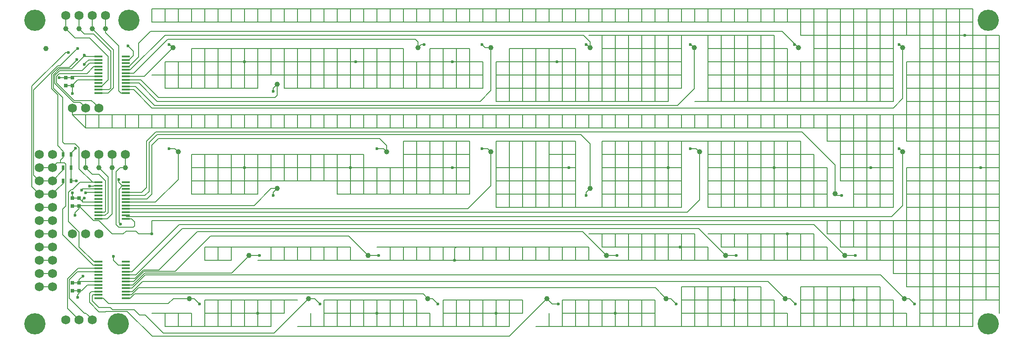
<source format=gbr>
G04 #@! TF.FileFunction,Copper,L2,Bot,Signal*
%FSLAX46Y46*%
G04 Gerber Fmt 4.6, Leading zero omitted, Abs format (unit mm)*
G04 Created by KiCad (PCBNEW 4.0.4-stable) date 03/02/17 16:11:59*
%MOMM*%
%LPD*%
G01*
G04 APERTURE LIST*
%ADD10C,0.100000*%
%ADD11R,1.500000X0.300000*%
%ADD12C,4.064000*%
%ADD13C,1.000000*%
%ADD14C,1.727200*%
%ADD15R,0.750000X0.800000*%
%ADD16R,0.500000X0.900000*%
%ADD17C,0.600000*%
%ADD18C,0.152400*%
G04 APERTURE END LIST*
D10*
D11*
X22920000Y7937500D03*
X17720000Y7937500D03*
X22920000Y8572500D03*
X17720000Y8572500D03*
X22920000Y9207500D03*
X17720000Y9207500D03*
X22920000Y9842500D03*
X17720000Y9842500D03*
X22920000Y10477500D03*
X17720000Y10477500D03*
X22920000Y11112500D03*
X17720000Y11112500D03*
X22920000Y11747500D03*
X17720000Y11747500D03*
X22920000Y12382500D03*
X17720000Y12382500D03*
X22920000Y13017500D03*
X17720000Y13017500D03*
X22920000Y13652500D03*
X17720000Y13652500D03*
X22920000Y14287500D03*
X17720000Y14287500D03*
X22920000Y14922500D03*
X17720000Y14922500D03*
D12*
X21540000Y3000000D03*
X23540000Y61250000D03*
X188420000Y3000000D03*
X188420000Y61250000D03*
X5540000Y61250000D03*
X5540000Y3000000D03*
D13*
X7620000Y55880000D03*
D14*
X6350000Y35560000D03*
X8890000Y35560000D03*
X6350000Y25400000D03*
X8890000Y25400000D03*
X6350000Y33020000D03*
X8890000Y33020000D03*
D13*
X32000000Y56000000D03*
X52000000Y49000000D03*
X79000000Y56000000D03*
X93000000Y56000000D03*
X112000000Y56000000D03*
X132000000Y56000000D03*
X152000000Y56000000D03*
X172000000Y56000000D03*
X11430000Y59690000D03*
X13970000Y59690000D03*
X16510000Y59690000D03*
X19050000Y59690000D03*
X33000000Y36000000D03*
X52000000Y29000000D03*
X73000000Y36000000D03*
X93000000Y36000000D03*
X112000000Y29000000D03*
X133000000Y36000000D03*
X159000000Y28000000D03*
X172000000Y36000000D03*
X15240000Y33020000D03*
X17780000Y33020000D03*
X20320000Y33020000D03*
X22860000Y33020000D03*
X35188600Y7875000D03*
X46617100Y16125000D03*
X58045800Y7875000D03*
X69474400Y16125000D03*
X80903000Y7875000D03*
X103760200Y7875000D03*
X115188800Y16125000D03*
X126617400Y7875000D03*
X138046000Y16125000D03*
X149474600Y7875000D03*
X160903200Y16125000D03*
X172331800Y7875000D03*
D14*
X6350000Y27940000D03*
X8890000Y27940000D03*
X6350000Y30480000D03*
X8890000Y30480000D03*
X6350000Y22860000D03*
X8890000Y22860000D03*
X6350000Y20320000D03*
X8890000Y20320000D03*
X6350000Y17780000D03*
X8890000Y17780000D03*
X6350000Y15240000D03*
X8890000Y15240000D03*
X6350000Y12700000D03*
X8890000Y12700000D03*
X6350000Y10160000D03*
X8890000Y10160000D03*
X11430000Y62230000D03*
X13970000Y62230000D03*
X16510000Y62230000D03*
X19050000Y62230000D03*
X15240000Y35560000D03*
X17780000Y35560000D03*
X20320000Y35560000D03*
X22860000Y35560000D03*
D15*
X12700000Y50280000D03*
X12700000Y48780000D03*
X11430000Y50280000D03*
X11430000Y48780000D03*
X13970000Y27166000D03*
X13970000Y25666000D03*
X12700000Y27166000D03*
X12700000Y25666000D03*
X13970000Y10910000D03*
X13970000Y9410000D03*
X12700000Y10910000D03*
X12700000Y9410000D03*
D14*
X17780000Y44450000D03*
X17780000Y20320000D03*
X16510000Y3810000D03*
X15240000Y44450000D03*
X15240000Y20320000D03*
X13970000Y3810000D03*
X12700000Y44450000D03*
X12700000Y20320000D03*
X11430000Y3810000D03*
D16*
X12446000Y33020000D03*
X10946000Y33020000D03*
X12434000Y30480000D03*
X10934000Y30480000D03*
X12434000Y35560000D03*
X10934000Y35560000D03*
D11*
X22920000Y47307500D03*
X17720000Y47307500D03*
X22920000Y47942500D03*
X17720000Y47942500D03*
X22920000Y48577500D03*
X17720000Y48577500D03*
X22920000Y49212500D03*
X17720000Y49212500D03*
X22920000Y49847500D03*
X17720000Y49847500D03*
X22920000Y50482500D03*
X17720000Y50482500D03*
X22920000Y51117500D03*
X17720000Y51117500D03*
X22920000Y51752500D03*
X17720000Y51752500D03*
X22920000Y52387500D03*
X17720000Y52387500D03*
X22920000Y53022500D03*
X17720000Y53022500D03*
X22920000Y53657500D03*
X17720000Y53657500D03*
X22920000Y54292500D03*
X17720000Y54292500D03*
X22920000Y23177500D03*
X17720000Y23177500D03*
X22920000Y23812500D03*
X17720000Y23812500D03*
X22920000Y24447500D03*
X17720000Y24447500D03*
X22920000Y25082500D03*
X17720000Y25082500D03*
X22920000Y25717500D03*
X17720000Y25717500D03*
X22920000Y26352500D03*
X17720000Y26352500D03*
X22920000Y26987500D03*
X17720000Y26987500D03*
X22920000Y27622500D03*
X17720000Y27622500D03*
X22920000Y28257500D03*
X17720000Y28257500D03*
X22920000Y28892500D03*
X17720000Y28892500D03*
X22920000Y29527500D03*
X17720000Y29527500D03*
X22920000Y30162500D03*
X17720000Y30162500D03*
D17*
X85598000Y33020000D03*
X165862000Y33020000D03*
X147320000Y33020000D03*
X186944000Y33020000D03*
X67056000Y53340000D03*
X85598000Y53340000D03*
X105664000Y53340000D03*
X183896000Y58420000D03*
X107950000Y33020000D03*
X149860000Y20320000D03*
X129286000Y17780000D03*
X86072185Y15209131D03*
X48260000Y5080000D03*
X71120000Y5080000D03*
X93980000Y5080000D03*
X116840000Y5080000D03*
X162560000Y7620000D03*
X139700000Y7620000D03*
X127000000Y33020000D03*
X66040000Y33020000D03*
X45720000Y33020000D03*
X45720000Y53340000D03*
X27940000Y20320000D03*
X12700000Y47244000D03*
X13208000Y23876000D03*
X13716000Y8128000D03*
X14986000Y27178000D03*
X14732000Y12192000D03*
X13461998Y30480000D03*
X12700000Y28194000D03*
X13325813Y36726618D03*
X10172000Y50280000D03*
X14986000Y52832000D03*
X13577217Y53715117D03*
X16002000Y29464000D03*
X14986000Y54610000D03*
X11938000Y55118000D03*
X23368000Y56387990D03*
X21974089Y22118610D03*
X21610610Y30734000D03*
X20574000Y16002000D03*
X13716000Y55880000D03*
X15240000Y28194000D03*
X14478000Y28702000D03*
X31260000Y56625000D03*
X51260000Y47625000D03*
X80171390Y56625000D03*
X91260000Y56625000D03*
X111260000Y56625000D03*
X131260000Y56625000D03*
X151260000Y56625000D03*
X171260000Y56625000D03*
X31260000Y36625000D03*
X51260000Y27625000D03*
X71171390Y36625000D03*
X91260000Y36625000D03*
X111260000Y27625000D03*
X131260000Y36625000D03*
X160260000Y27625000D03*
X171260000Y36625000D03*
X105918000Y6858008D03*
X60198000Y6858000D03*
X37084000Y6858000D03*
X82804000Y6858000D03*
X128524000Y6857996D03*
X151384000Y6858002D03*
X174244000Y6858000D03*
X48617100Y16125000D03*
X71474400Y16125000D03*
X117188800Y16125000D03*
X140046000Y16125000D03*
X162903200Y16125000D03*
D18*
X129540000Y63500000D02*
X129540000Y60960000D01*
X127000000Y63500000D02*
X127000000Y60960000D01*
X124460000Y63500000D02*
X124460000Y60960000D01*
X121920000Y63500000D02*
X121920000Y60960000D01*
X116840000Y63500000D02*
X116840000Y60960000D01*
X106680000Y63500000D02*
X106680000Y60960000D01*
X86360000Y63500000D02*
X86360000Y60960000D01*
X68580000Y63500000D02*
X68580000Y60960000D01*
X66040000Y63500000D02*
X66040000Y60960000D01*
X63500000Y63500000D02*
X63500000Y60960000D01*
X48260000Y63500000D02*
X48260000Y60960000D01*
X45720000Y63500000D02*
X45720000Y60960000D01*
X43180000Y63500000D02*
X43180000Y60960000D01*
X30480000Y63500000D02*
X30480000Y60960000D01*
X27940000Y43180000D02*
X27940000Y40640000D01*
X165100000Y2540000D02*
X165100000Y10160000D01*
X162560000Y2540000D02*
X162560000Y10160000D01*
X160020000Y2540000D02*
X160020000Y10160000D01*
X142240000Y2540000D02*
X142240000Y10160000D01*
X139700000Y2540000D02*
X139700000Y10160000D01*
X137160000Y2540000D02*
X137160000Y10160000D01*
X114300000Y7620000D02*
X114300000Y2540000D01*
X119380000Y7620000D02*
X119380000Y2540000D01*
X68580000Y7620000D02*
X68580000Y2540000D01*
X73660000Y7620000D02*
X73660000Y2540000D01*
X91440000Y7620000D02*
X91440000Y2540000D01*
X63500000Y17780000D02*
X63500000Y15240000D01*
X55880000Y17780000D02*
X55880000Y15240000D01*
X78740000Y17780000D02*
X78740000Y15240000D01*
X109220000Y17780000D02*
X109220000Y15240000D01*
X121920000Y20320000D02*
X121920000Y15240000D01*
X116840000Y20320000D02*
X116840000Y17780000D01*
X142240000Y17780000D02*
X142240000Y15240000D01*
X144780000Y17780000D02*
X144780000Y15240000D01*
X139700000Y20320000D02*
X139700000Y17780000D01*
X142240000Y20320000D02*
X142240000Y17780000D01*
X144780000Y20320000D02*
X144780000Y17780000D01*
X137160000Y38100000D02*
X137160000Y25400000D01*
X139700000Y38100000D02*
X139700000Y25400000D01*
X190500000Y30480000D02*
X172720000Y30480000D01*
X187960000Y58420000D02*
X187960000Y7620000D01*
X152400000Y45720000D02*
X152400000Y53340000D01*
X139700000Y58420000D02*
X139700000Y45720000D01*
X137160000Y58420000D02*
X137160000Y45720000D01*
X129540000Y55880000D02*
X114300000Y55880000D01*
X119380000Y45720000D02*
X119380000Y58420000D01*
X114300000Y45720000D02*
X114300000Y58420000D01*
X96520000Y38100000D02*
X96520000Y25400000D01*
X99060000Y38100000D02*
X99060000Y25400000D01*
X121920000Y35560000D02*
X114300000Y35560000D01*
X121920000Y33020000D02*
X114300000Y33020000D01*
X121920000Y30480000D02*
X114300000Y30480000D01*
X119380000Y38100000D02*
X119380000Y25400000D01*
X116840000Y38100000D02*
X116840000Y25400000D01*
X121920000Y30480000D02*
X129540000Y30480000D01*
X121920000Y33020000D02*
X129540000Y33020000D01*
X121920000Y35560000D02*
X129540000Y35560000D01*
X63500000Y50800000D02*
X68580000Y50800000D01*
X83820000Y50800000D02*
X88900000Y50800000D01*
X186944000Y33020000D02*
X190500000Y33020000D01*
X182880000Y33020000D02*
X186944000Y33020000D01*
X67056000Y53340000D02*
X78740000Y53340000D01*
X48260000Y53340000D02*
X67056000Y53340000D01*
X85852000Y53340000D02*
X83820000Y53340000D01*
X86360000Y53340000D02*
X85852000Y53340000D01*
X85852000Y53340000D02*
X85598000Y53340000D01*
X78740000Y53340000D02*
X85598000Y53340000D01*
X85598000Y53340000D02*
X91440000Y53340000D01*
X183896000Y58420000D02*
X152400000Y58420000D01*
X185420000Y58420000D02*
X183896000Y58420000D01*
X162560000Y55880000D02*
X162560000Y53340000D01*
X81280000Y17780000D02*
X76200000Y17780000D01*
X132080000Y17780000D02*
X129540000Y17780000D01*
X129286000Y17780000D02*
X119380000Y17780000D01*
X129540000Y17780000D02*
X129286000Y17780000D01*
X86072185Y15633395D02*
X86072185Y15209131D01*
X86072185Y17492185D02*
X86072185Y15633395D01*
X86360000Y17780000D02*
X86072185Y17492185D01*
X15240000Y43180000D02*
X17780000Y43180000D01*
X15240000Y43180000D02*
X15240000Y40640000D01*
X12700000Y43180000D02*
X15240000Y43180000D01*
X17780000Y43180000D02*
X20320000Y43180000D01*
X17780000Y43180000D02*
X17780000Y40640000D01*
X20320000Y43180000D02*
X22860000Y43180000D01*
X15240000Y40640000D02*
X20320000Y40640000D01*
X20320000Y40640000D02*
X22860000Y40640000D01*
X20320000Y43180000D02*
X20320000Y40640000D01*
X22860000Y43180000D02*
X25400000Y43180000D01*
X22860000Y40640000D02*
X25400000Y40640000D01*
X22860000Y43180000D02*
X22860000Y40640000D01*
X25400000Y43180000D02*
X30480000Y43180000D01*
X25400000Y43180000D02*
X25400000Y40640000D01*
X30480000Y43180000D02*
X33020000Y43180000D01*
X25400000Y40640000D02*
X30480000Y40640000D01*
X30480000Y40640000D02*
X40640000Y40640000D01*
X30480000Y43180000D02*
X30480000Y40640000D01*
X33020000Y43180000D02*
X35560000Y43180000D01*
X33020000Y43180000D02*
X33020000Y40640000D01*
X35560000Y43180000D02*
X38100000Y43180000D01*
X35560000Y43180000D02*
X35560000Y40640000D01*
X38100000Y43180000D02*
X40640000Y43180000D01*
X38100000Y43180000D02*
X38100000Y40640000D01*
X40640000Y43180000D02*
X43180000Y43180000D01*
X40640000Y40640000D02*
X53340000Y40640000D01*
X40640000Y43180000D02*
X40640000Y40640000D01*
X43180000Y43180000D02*
X45720000Y43180000D01*
X43180000Y43180000D02*
X43180000Y40640000D01*
X45720000Y43180000D02*
X48260000Y43180000D01*
X45720000Y43180000D02*
X45720000Y40640000D01*
X48260000Y43180000D02*
X50800000Y43180000D01*
X48260000Y43180000D02*
X48260000Y40640000D01*
X50800000Y43180000D02*
X53340000Y43180000D01*
X50800000Y43180000D02*
X50800000Y40640000D01*
X53340000Y43180000D02*
X55880000Y43180000D01*
X53340000Y40640000D02*
X66040000Y40640000D01*
X53340000Y43180000D02*
X53340000Y40640000D01*
X55880000Y43180000D02*
X58420000Y43180000D01*
X55880000Y43180000D02*
X55880000Y40640000D01*
X58420000Y43180000D02*
X60960000Y43180000D01*
X58420000Y43180000D02*
X58420000Y40640000D01*
X60960000Y43180000D02*
X63500000Y43180000D01*
X60960000Y43180000D02*
X60960000Y40640000D01*
X63500000Y43180000D02*
X68580000Y43180000D01*
X63500000Y43180000D02*
X63500000Y40640000D01*
X66040000Y40640000D02*
X81280000Y40640000D01*
X66040000Y40640000D02*
X66040000Y43180000D01*
X68580000Y43180000D02*
X71120000Y43180000D01*
X68580000Y43180000D02*
X68580000Y40640000D01*
X71120000Y43180000D02*
X73660000Y43180000D01*
X71120000Y43180000D02*
X71120000Y40640000D01*
X73660000Y43180000D02*
X76200000Y43180000D01*
X73660000Y43180000D02*
X73660000Y40640000D01*
X76200000Y43180000D02*
X78740000Y43180000D01*
X76200000Y43180000D02*
X76200000Y40640000D01*
X78740000Y43180000D02*
X83820000Y43180000D01*
X78740000Y43180000D02*
X78740000Y40640000D01*
X81280000Y40640000D02*
X93980000Y40640000D01*
X81280000Y40640000D02*
X81280000Y43180000D01*
X83820000Y43180000D02*
X86360000Y43180000D01*
X83820000Y43180000D02*
X83820000Y40640000D01*
X86360000Y43180000D02*
X88900000Y43180000D01*
X86360000Y43180000D02*
X86360000Y40640000D01*
X88900000Y43180000D02*
X91440000Y43180000D01*
X88900000Y43180000D02*
X88900000Y40640000D01*
X91440000Y43180000D02*
X96520000Y43180000D01*
X91440000Y43180000D02*
X91440000Y40640000D01*
X93980000Y40640000D02*
X101600000Y40640000D01*
X93980000Y40640000D02*
X93980000Y43180000D01*
X96520000Y43180000D02*
X99060000Y43180000D01*
X96520000Y43180000D02*
X96520000Y40640000D01*
X99060000Y43180000D02*
X101600000Y43180000D01*
X99060000Y43180000D02*
X99060000Y40640000D01*
X101600000Y43180000D02*
X104140000Y43180000D01*
X101600000Y40640000D02*
X116840000Y40640000D01*
X101600000Y43180000D02*
X101600000Y40640000D01*
X104140000Y43180000D02*
X106680000Y43180000D01*
X104140000Y43180000D02*
X104140000Y40640000D01*
X106680000Y43180000D02*
X109220000Y43180000D01*
X106680000Y43180000D02*
X106680000Y40640000D01*
X109220000Y43180000D02*
X111760000Y43180000D01*
X109220000Y43180000D02*
X109220000Y40640000D01*
X111760000Y43180000D02*
X114300000Y43180000D01*
X111760000Y43180000D02*
X111760000Y40640000D01*
X114300000Y43180000D02*
X116840000Y43180000D01*
X114300000Y43180000D02*
X114300000Y40640000D01*
X116840000Y43180000D02*
X119380000Y43180000D01*
X116840000Y40640000D02*
X129540000Y40640000D01*
X116840000Y43180000D02*
X116840000Y40640000D01*
X119380000Y43180000D02*
X121920000Y43180000D01*
X119380000Y43180000D02*
X119380000Y40640000D01*
X121920000Y43180000D02*
X124460000Y43180000D01*
X121920000Y43180000D02*
X121920000Y40640000D01*
X124460000Y43180000D02*
X127000000Y43180000D01*
X124460000Y43180000D02*
X124460000Y40640000D01*
X127000000Y43180000D02*
X129540000Y43180000D01*
X127000000Y43180000D02*
X127000000Y40640000D01*
X129540000Y43180000D02*
X132080000Y43180000D01*
X129540000Y40640000D02*
X149860000Y40640000D01*
X129540000Y43180000D02*
X129540000Y40640000D01*
X132080000Y43180000D02*
X134620000Y43180000D01*
X132080000Y43180000D02*
X132080000Y40640000D01*
X134620000Y43180000D02*
X137160000Y43180000D01*
X134620000Y43180000D02*
X134620000Y40640000D01*
X137160000Y43180000D02*
X139700000Y43180000D01*
X137160000Y43180000D02*
X137160000Y40640000D01*
X139700000Y43180000D02*
X142240000Y43180000D01*
X139700000Y43180000D02*
X139700000Y40640000D01*
X142240000Y43180000D02*
X144780000Y43180000D01*
X142240000Y43180000D02*
X142240000Y40640000D01*
X144780000Y43180000D02*
X147320000Y43180000D01*
X144780000Y43180000D02*
X144780000Y40640000D01*
X147320000Y43180000D02*
X149860000Y43180000D01*
X147320000Y43180000D02*
X147320000Y40640000D01*
X149860000Y43180000D02*
X152400000Y43180000D01*
X149860000Y40640000D02*
X190500000Y40640000D01*
X149860000Y43180000D02*
X149860000Y40640000D01*
X152400000Y43180000D02*
X154940000Y43180000D01*
X152400000Y43180000D02*
X152400000Y40640000D01*
X154940000Y43180000D02*
X160020000Y43180000D01*
X154940000Y43180000D02*
X154940000Y40640000D01*
X157480000Y38100000D02*
X157480000Y43180000D01*
X162560000Y38100000D02*
X160020000Y38100000D01*
X165100000Y38100000D02*
X162560000Y38100000D01*
X162560000Y38100000D02*
X157480000Y38100000D01*
X182880000Y5080000D02*
X175260000Y5080000D01*
X182880000Y7620000D02*
X175260000Y7620000D01*
X180340000Y2540000D02*
X182880000Y2540000D01*
X177800000Y2540000D02*
X180340000Y2540000D01*
X180340000Y2540000D02*
X180340000Y10160000D01*
X175260000Y2540000D02*
X177800000Y2540000D01*
X177800000Y2540000D02*
X177800000Y25400000D01*
X170180000Y2540000D02*
X175260000Y2540000D01*
X175260000Y2540000D02*
X175260000Y10160000D01*
X172720000Y5080000D02*
X172720000Y2540000D01*
X152400000Y5080000D02*
X152400000Y7620000D01*
X152400000Y2540000D02*
X152400000Y5080000D01*
X152400000Y5080000D02*
X172720000Y5080000D01*
X152400000Y7620000D02*
X152400000Y10160000D01*
X152400000Y7620000D02*
X170180000Y7620000D01*
X152400000Y10160000D02*
X167640000Y10160000D01*
X167640000Y2540000D02*
X170180000Y2540000D01*
X170180000Y2540000D02*
X170180000Y7620000D01*
X167640000Y2540000D02*
X167640000Y10160000D01*
X157480000Y2540000D02*
X167640000Y2540000D01*
X154940000Y2540000D02*
X157480000Y2540000D01*
X157480000Y2540000D02*
X157480000Y10160000D01*
X152400000Y2540000D02*
X154940000Y2540000D01*
X154940000Y2540000D02*
X154940000Y10160000D01*
X147320000Y2540000D02*
X152400000Y2540000D01*
X149860000Y5080000D02*
X149860000Y2540000D01*
X147320000Y5080000D02*
X149860000Y5080000D01*
X129540000Y5080000D02*
X129540000Y7620000D01*
X129540000Y2540000D02*
X129540000Y5080000D01*
X129540000Y5080000D02*
X147320000Y5080000D01*
X129540000Y7620000D02*
X129540000Y10160000D01*
X129540000Y7620000D02*
X147320000Y7620000D01*
X129540000Y10160000D02*
X144780000Y10160000D01*
X144780000Y2540000D02*
X147320000Y2540000D01*
X147320000Y2540000D02*
X147320000Y7620000D01*
X134620000Y2540000D02*
X144780000Y2540000D01*
X144780000Y2540000D02*
X144780000Y10160000D01*
X132080000Y2540000D02*
X134620000Y2540000D01*
X134620000Y2540000D02*
X134620000Y10160000D01*
X129540000Y2540000D02*
X132080000Y2540000D01*
X132080000Y2540000D02*
X132080000Y10160000D01*
X124460000Y2540000D02*
X129540000Y2540000D01*
X106680000Y5080000D02*
X106680000Y7620000D01*
X106680000Y5080000D02*
X106680000Y2540000D01*
X109220000Y5080000D02*
X106680000Y5080000D01*
X111760000Y7620000D02*
X116840000Y7620000D01*
X109220000Y7620000D02*
X111760000Y7620000D01*
X111760000Y7620000D02*
X111760000Y2540000D01*
X116840000Y7620000D02*
X121920000Y7620000D01*
X116840000Y7620000D02*
X116840000Y2540000D01*
X121920000Y7620000D02*
X124460000Y7620000D01*
X121920000Y7620000D02*
X121920000Y2540000D01*
X116840000Y5080000D02*
X124460000Y5080000D01*
X124460000Y2540000D02*
X109220000Y2540000D01*
X124460000Y7620000D02*
X124460000Y2540000D01*
X109220000Y7620000D02*
X106680000Y7620000D01*
X109220000Y5080000D02*
X109220000Y7620000D01*
X104140000Y2540000D02*
X101600000Y2540000D01*
X109220000Y2540000D02*
X104140000Y2540000D01*
X104140000Y2540000D02*
X104140000Y5080000D01*
X109220000Y5080000D02*
X109220000Y2540000D01*
X116840000Y5080000D02*
X109220000Y5080000D01*
X58420000Y2540000D02*
X55880000Y2540000D01*
X60960000Y2540000D02*
X58420000Y2540000D01*
X58420000Y2540000D02*
X58420000Y5080000D01*
X63500000Y7620000D02*
X66040000Y7620000D01*
X60960000Y7620000D02*
X63500000Y7620000D01*
X63500000Y7620000D02*
X63500000Y2540000D01*
X66040000Y7620000D02*
X71120000Y7620000D01*
X66040000Y7620000D02*
X66040000Y2540000D01*
X71120000Y7620000D02*
X76200000Y7620000D01*
X71120000Y7620000D02*
X71120000Y2540000D01*
X76200000Y7620000D02*
X78740000Y7620000D01*
X76200000Y7620000D02*
X76200000Y2540000D01*
X78740000Y5080000D02*
X78740000Y2540000D01*
X81280000Y5080000D02*
X81280000Y2540000D01*
X83820000Y5080000D02*
X83820000Y2540000D01*
X86360000Y7620000D02*
X83820000Y7620000D01*
X88900000Y7620000D02*
X86360000Y7620000D01*
X86360000Y7620000D02*
X86360000Y2540000D01*
X93980000Y7620000D02*
X88900000Y7620000D01*
X88900000Y7620000D02*
X88900000Y2540000D01*
X96520000Y5080000D02*
X93980000Y5080000D01*
X99060000Y7620000D02*
X93980000Y7620000D01*
X93980000Y7620000D02*
X93980000Y2540000D01*
X96520000Y7620000D02*
X96520000Y5080000D01*
X83820000Y5080000D02*
X93980000Y5080000D01*
X83820000Y7620000D02*
X83820000Y5080000D01*
X99060000Y5080000D02*
X99060000Y7620000D01*
X96520000Y5080000D02*
X99060000Y5080000D01*
X96520000Y2540000D02*
X96520000Y5080000D01*
X60960000Y2540000D02*
X96520000Y2540000D01*
X81280000Y5080000D02*
X71120000Y5080000D01*
X78740000Y5080000D02*
X81280000Y5080000D01*
X78740000Y7620000D02*
X78740000Y5080000D01*
X60960000Y5080000D02*
X60960000Y7620000D01*
X60960000Y5080000D02*
X60960000Y2540000D01*
X71120000Y5080000D02*
X60960000Y5080000D01*
X50800000Y5080000D02*
X48260000Y5080000D01*
X50800000Y7620000D02*
X50800000Y5080000D01*
X48260000Y7620000D02*
X43180000Y7620000D01*
X48260000Y7620000D02*
X48260000Y2540000D01*
X55880000Y7620000D02*
X48260000Y7620000D01*
X38100000Y2540000D02*
X45720000Y2540000D01*
X45720000Y2540000D02*
X50800000Y2540000D01*
X45720000Y7620000D02*
X45720000Y2540000D01*
X43180000Y7620000D02*
X40640000Y7620000D01*
X43180000Y7620000D02*
X43180000Y2540000D01*
X40640000Y7620000D02*
X38100000Y7620000D01*
X40640000Y7620000D02*
X40640000Y2540000D01*
X38100000Y7620000D02*
X38100000Y5080000D01*
X53340000Y7620000D02*
X55880000Y7620000D01*
X53340000Y5080000D02*
X53340000Y7620000D01*
X50800000Y5080000D02*
X53340000Y5080000D01*
X50800000Y2540000D02*
X50800000Y5080000D01*
X33020000Y5080000D02*
X33020000Y2540000D01*
X35560000Y5080000D02*
X35560000Y2540000D01*
X33020000Y5080000D02*
X35560000Y5080000D01*
X30480000Y5080000D02*
X33020000Y5080000D01*
X30480000Y5080000D02*
X27940000Y5080000D01*
X30480000Y2540000D02*
X30480000Y5080000D01*
X38100000Y2540000D02*
X30480000Y2540000D01*
X38100000Y5080000D02*
X38100000Y2540000D01*
X48260000Y5080000D02*
X38100000Y5080000D01*
X60960000Y17780000D02*
X66040000Y17780000D01*
X58420000Y17780000D02*
X60960000Y17780000D01*
X60960000Y17780000D02*
X60960000Y15240000D01*
X53340000Y17780000D02*
X58420000Y17780000D01*
X58420000Y17780000D02*
X58420000Y15240000D01*
X50800000Y17780000D02*
X53340000Y17780000D01*
X53340000Y17780000D02*
X53340000Y15240000D01*
X43180000Y17780000D02*
X50800000Y17780000D01*
X50800000Y17780000D02*
X50800000Y15240000D01*
X66040000Y15240000D02*
X48260000Y15240000D01*
X73660000Y17780000D02*
X71120000Y17780000D01*
X76200000Y17780000D02*
X73660000Y17780000D01*
X73660000Y17780000D02*
X73660000Y15240000D01*
X76200000Y17780000D02*
X76200000Y15240000D01*
X83820000Y17780000D02*
X81280000Y17780000D01*
X81280000Y17780000D02*
X81280000Y15240000D01*
X86360000Y17780000D02*
X83820000Y17780000D01*
X83820000Y17780000D02*
X83820000Y15240000D01*
X88900000Y17780000D02*
X86360000Y17780000D01*
X91440000Y17780000D02*
X88900000Y17780000D01*
X88900000Y17780000D02*
X88900000Y15240000D01*
X93980000Y17780000D02*
X91440000Y17780000D01*
X91440000Y17780000D02*
X91440000Y15240000D01*
X96520000Y17780000D02*
X93980000Y17780000D01*
X93980000Y17780000D02*
X93980000Y15240000D01*
X99060000Y17780000D02*
X96520000Y17780000D01*
X96520000Y17780000D02*
X96520000Y15240000D01*
X101600000Y17780000D02*
X99060000Y17780000D01*
X99060000Y17780000D02*
X99060000Y15240000D01*
X101600000Y17780000D02*
X101600000Y15240000D01*
X104140000Y17780000D02*
X101600000Y17780000D01*
X106680000Y17780000D02*
X104140000Y17780000D01*
X104140000Y17780000D02*
X104140000Y15240000D01*
X111760000Y17780000D02*
X106680000Y17780000D01*
X106680000Y17780000D02*
X106680000Y15240000D01*
X111760000Y15240000D02*
X129540000Y15240000D01*
X66040000Y15240000D02*
X111760000Y15240000D01*
X111760000Y15240000D02*
X111760000Y17780000D01*
X132080000Y17780000D02*
X132080000Y15240000D01*
X129540000Y20320000D02*
X132080000Y20320000D01*
X127000000Y20320000D02*
X129540000Y20320000D01*
X129540000Y15240000D02*
X134620000Y15240000D01*
X129540000Y20320000D02*
X129540000Y15240000D01*
X124460000Y20320000D02*
X127000000Y20320000D01*
X127000000Y20320000D02*
X127000000Y15240000D01*
X114300000Y20320000D02*
X124460000Y20320000D01*
X124460000Y20320000D02*
X124460000Y15240000D01*
X119380000Y20320000D02*
X119380000Y17780000D01*
X119380000Y17780000D02*
X119380000Y15240000D01*
X114300000Y17780000D02*
X119380000Y17780000D01*
X111760000Y20320000D02*
X114300000Y20320000D01*
X114300000Y20320000D02*
X114300000Y17780000D01*
X132080000Y20320000D02*
X132080000Y17780000D01*
X132080000Y17780000D02*
X134620000Y17780000D01*
X134620000Y17780000D02*
X134620000Y15240000D01*
X134620000Y15240000D02*
X157480000Y15240000D01*
X147320000Y17780000D02*
X147320000Y15240000D01*
X149860000Y17780000D02*
X149860000Y15240000D01*
X152400000Y17780000D02*
X152400000Y15240000D01*
X154940000Y17780000D02*
X154940000Y15240000D01*
X137160000Y17780000D02*
X147320000Y17780000D01*
X147320000Y17780000D02*
X149860000Y17780000D01*
X147320000Y20320000D02*
X147320000Y17780000D01*
X149860000Y20320000D02*
X149860000Y17780000D01*
X152400000Y20320000D02*
X134620000Y20320000D01*
X154940000Y20320000D02*
X152400000Y20320000D01*
X154940000Y17780000D02*
X152400000Y17780000D01*
X152400000Y17780000D02*
X149860000Y17780000D01*
X152400000Y20320000D02*
X152400000Y17780000D01*
X137160000Y20320000D02*
X137160000Y17780000D01*
X154940000Y17780000D02*
X154940000Y20320000D01*
X157480000Y17780000D02*
X154940000Y17780000D01*
X157480000Y15240000D02*
X170180000Y15240000D01*
X157480000Y15240000D02*
X157480000Y17780000D01*
X165100000Y17780000D02*
X165100000Y15240000D01*
X167640000Y17780000D02*
X167640000Y15240000D01*
X167640000Y20320000D02*
X167640000Y17780000D01*
X165100000Y20320000D02*
X165100000Y17780000D01*
X162560000Y20320000D02*
X162560000Y17780000D01*
X160020000Y17780000D02*
X160020000Y20320000D01*
X170180000Y17780000D02*
X160020000Y17780000D01*
X66040000Y17780000D02*
X66040000Y15240000D01*
X38100000Y17780000D02*
X38100000Y15240000D01*
X40640000Y17780000D02*
X38100000Y17780000D01*
X40640000Y17780000D02*
X40640000Y15240000D01*
X43180000Y17780000D02*
X40640000Y17780000D01*
X43180000Y15240000D02*
X43180000Y17780000D01*
X38100000Y15240000D02*
X43180000Y15240000D01*
X134620000Y30480000D02*
X134620000Y33020000D01*
X134620000Y27940000D02*
X134620000Y30480000D01*
X134620000Y30480000D02*
X157480000Y30480000D01*
X134620000Y33020000D02*
X134620000Y35560000D01*
X134620000Y33020000D02*
X154940000Y33020000D01*
X134620000Y35560000D02*
X134620000Y38100000D01*
X134620000Y35560000D02*
X152400000Y35560000D01*
X134620000Y25400000D02*
X134620000Y27940000D01*
X134620000Y27940000D02*
X157480000Y27940000D01*
X142240000Y38100000D02*
X144780000Y38100000D01*
X134620000Y38100000D02*
X142240000Y38100000D01*
X142240000Y38100000D02*
X142240000Y25400000D01*
X144780000Y38100000D02*
X147320000Y38100000D01*
X144780000Y38100000D02*
X144780000Y25400000D01*
X147320000Y38100000D02*
X149860000Y38100000D01*
X147320000Y38100000D02*
X147320000Y25400000D01*
X149860000Y38100000D02*
X152400000Y38100000D01*
X149860000Y38100000D02*
X149860000Y25400000D01*
X152400000Y35560000D02*
X152400000Y25400000D01*
X154940000Y33020000D02*
X154940000Y25400000D01*
X157480000Y33020000D02*
X157480000Y25400000D01*
X154940000Y33020000D02*
X157480000Y33020000D01*
X154940000Y35560000D02*
X154940000Y33020000D01*
X152400000Y35560000D02*
X154940000Y35560000D01*
X152400000Y38100000D02*
X152400000Y35560000D01*
X134620000Y38100000D02*
X129540000Y38100000D01*
X162560000Y25400000D02*
X134620000Y25400000D01*
X160020000Y33020000D02*
X160020000Y30480000D01*
X160020000Y35560000D02*
X160020000Y33020000D01*
X160020000Y33020000D02*
X162560000Y33020000D01*
X160020000Y38100000D02*
X160020000Y35560000D01*
X160020000Y35560000D02*
X162560000Y35560000D01*
X160020000Y30480000D02*
X162560000Y30480000D01*
X160020000Y43180000D02*
X162560000Y43180000D01*
X160020000Y43180000D02*
X160020000Y38100000D01*
X165100000Y43180000D02*
X167640000Y43180000D01*
X162560000Y43180000D02*
X165100000Y43180000D01*
X165100000Y43180000D02*
X165100000Y38100000D01*
X170180000Y27940000D02*
X170180000Y25400000D01*
X170180000Y30480000D02*
X170180000Y27940000D01*
X170180000Y27940000D02*
X162560000Y27940000D01*
X170180000Y33020000D02*
X170180000Y30480000D01*
X170180000Y30480000D02*
X162560000Y30480000D01*
X170180000Y35560000D02*
X170180000Y33020000D01*
X170180000Y33020000D02*
X162560000Y33020000D01*
X170180000Y38100000D02*
X170180000Y35560000D01*
X170180000Y35560000D02*
X162560000Y35560000D01*
X170180000Y25400000D02*
X165100000Y25400000D01*
X167640000Y43180000D02*
X170180000Y43180000D01*
X167640000Y43180000D02*
X167640000Y25400000D01*
X165100000Y25400000D02*
X165100000Y33020000D01*
X162560000Y25400000D02*
X165100000Y25400000D01*
X162560000Y43180000D02*
X162560000Y25400000D01*
X170180000Y43180000D02*
X190500000Y43180000D01*
X170180000Y38100000D02*
X170180000Y43180000D01*
X165100000Y38100000D02*
X170180000Y38100000D01*
X165100000Y33020000D02*
X165100000Y38100000D01*
X175260000Y38100000D02*
X190500000Y38100000D01*
X175260000Y35560000D02*
X175260000Y33020000D01*
X175260000Y45720000D02*
X175260000Y35560000D01*
X175260000Y35560000D02*
X182880000Y35560000D01*
X175260000Y33020000D02*
X182880000Y33020000D01*
X172720000Y25400000D02*
X172720000Y27940000D01*
X172720000Y27940000D02*
X172720000Y33020000D01*
X190500000Y27940000D02*
X172720000Y27940000D01*
X175260000Y33020000D02*
X175260000Y25400000D01*
X172720000Y33020000D02*
X175260000Y33020000D01*
X172720000Y38100000D02*
X175260000Y38100000D01*
X172720000Y45720000D02*
X172720000Y38100000D01*
X177800000Y45720000D02*
X177800000Y25400000D01*
X180340000Y45720000D02*
X180340000Y25400000D01*
X180340000Y55880000D02*
X190500000Y55880000D01*
X175260000Y55880000D02*
X175260000Y58420000D01*
X175260000Y53340000D02*
X175260000Y55880000D01*
X175260000Y55880000D02*
X180340000Y55880000D01*
X175260000Y53340000D02*
X182880000Y53340000D01*
X172720000Y50800000D02*
X172720000Y53340000D01*
X172720000Y48260000D02*
X172720000Y50800000D01*
X172720000Y50800000D02*
X182880000Y50800000D01*
X172720000Y45720000D02*
X172720000Y48260000D01*
X172720000Y48260000D02*
X182880000Y48260000D01*
X180340000Y58420000D02*
X180340000Y45720000D01*
X177800000Y58420000D02*
X177800000Y45720000D01*
X175260000Y45720000D02*
X175260000Y53340000D01*
X172720000Y53340000D02*
X175260000Y53340000D01*
X175260000Y63500000D02*
X175260000Y58420000D01*
X167640000Y48260000D02*
X170180000Y48260000D01*
X167640000Y50800000D02*
X170180000Y50800000D01*
X167640000Y53340000D02*
X170180000Y53340000D01*
X170180000Y45720000D02*
X170180000Y55880000D01*
X170180000Y55880000D02*
X170180000Y58420000D01*
X167640000Y55880000D02*
X170180000Y55880000D01*
X167640000Y45720000D02*
X170180000Y45720000D01*
X162560000Y55880000D02*
X154940000Y55880000D01*
X154940000Y58420000D02*
X154940000Y45720000D01*
X157480000Y58420000D02*
X157480000Y45720000D01*
X160020000Y58420000D02*
X160020000Y45720000D01*
X149860000Y48260000D02*
X162560000Y48260000D01*
X149860000Y50800000D02*
X162560000Y50800000D01*
X149860000Y53340000D02*
X162560000Y53340000D01*
X142240000Y48260000D02*
X134620000Y48260000D01*
X142240000Y50800000D02*
X134620000Y50800000D01*
X142240000Y53340000D02*
X134620000Y53340000D01*
X162560000Y45720000D02*
X149860000Y45720000D01*
X149860000Y45720000D02*
X147320000Y45720000D01*
X149860000Y55880000D02*
X149860000Y45720000D01*
X134620000Y55880000D02*
X134620000Y58420000D01*
X134620000Y45720000D02*
X134620000Y55880000D01*
X134620000Y55880000D02*
X149860000Y55880000D01*
X142240000Y58420000D02*
X134620000Y58420000D01*
X134620000Y58420000D02*
X129540000Y58420000D01*
X121920000Y58420000D02*
X116840000Y58420000D01*
X116840000Y58420000D02*
X111760000Y58420000D01*
X116840000Y45720000D02*
X116840000Y58420000D01*
X109220000Y53340000D02*
X111760000Y53340000D01*
X111760000Y53340000D02*
X129540000Y53340000D01*
X111760000Y45720000D02*
X111760000Y53340000D01*
X109220000Y48260000D02*
X121920000Y48260000D01*
X109220000Y50800000D02*
X129540000Y50800000D01*
X101600000Y53340000D02*
X96520000Y53340000D01*
X101600000Y50800000D02*
X93980000Y50800000D01*
X101600000Y48260000D02*
X93980000Y48260000D01*
X99060000Y55880000D02*
X96520000Y55880000D01*
X101600000Y55880000D02*
X99060000Y55880000D01*
X99060000Y55880000D02*
X99060000Y45720000D01*
X96520000Y53340000D02*
X96520000Y45720000D01*
X93980000Y50800000D02*
X93980000Y45720000D01*
X93980000Y53340000D02*
X93980000Y50800000D01*
X96520000Y53340000D02*
X93980000Y53340000D01*
X96520000Y55880000D02*
X96520000Y53340000D01*
X55880000Y55880000D02*
X55880000Y48260000D01*
X33020000Y53340000D02*
X33020000Y48260000D01*
X35560000Y53340000D02*
X35560000Y48260000D01*
X38100000Y55880000D02*
X35560000Y55880000D01*
X40640000Y55880000D02*
X38100000Y55880000D01*
X38100000Y55880000D02*
X38100000Y48260000D01*
X43180000Y55880000D02*
X40640000Y55880000D01*
X40640000Y55880000D02*
X40640000Y48260000D01*
X30480000Y48260000D02*
X43180000Y48260000D01*
X30480000Y50800000D02*
X30480000Y48260000D01*
X43180000Y53340000D02*
X35560000Y53340000D01*
X27940000Y50800000D02*
X43180000Y50800000D01*
X30480000Y50800000D02*
X27940000Y50800000D01*
X30480000Y53340000D02*
X30480000Y50800000D01*
X33020000Y53340000D02*
X30480000Y53340000D01*
X35560000Y53340000D02*
X33020000Y53340000D01*
X35560000Y55880000D02*
X35560000Y53340000D01*
X48260000Y50800000D02*
X50800000Y50800000D01*
X50800000Y50800000D02*
X91440000Y50800000D01*
X50800000Y55880000D02*
X50800000Y50800000D01*
X55880000Y55880000D02*
X58420000Y55880000D01*
X48260000Y55880000D02*
X55880000Y55880000D01*
X55880000Y55880000D02*
X50800000Y55880000D01*
X53340000Y48260000D02*
X53340000Y55880000D01*
X55880000Y48260000D02*
X53340000Y48260000D01*
X58420000Y48260000D02*
X55880000Y48260000D01*
X58420000Y48260000D02*
X60960000Y48260000D01*
X58420000Y50800000D02*
X58420000Y48260000D01*
X58420000Y55880000D02*
X60960000Y55880000D01*
X58420000Y55880000D02*
X58420000Y50800000D01*
X60960000Y48260000D02*
X63500000Y48260000D01*
X60960000Y55880000D02*
X71120000Y55880000D01*
X60960000Y55880000D02*
X60960000Y48260000D01*
X71120000Y55880000D02*
X73660000Y55880000D01*
X71120000Y55880000D02*
X71120000Y48260000D01*
X73660000Y55880000D02*
X76200000Y55880000D01*
X73660000Y55880000D02*
X73660000Y48260000D01*
X78740000Y53340000D02*
X78740000Y48260000D01*
X76200000Y55880000D02*
X76200000Y48260000D01*
X81280000Y48260000D02*
X68580000Y48260000D01*
X91440000Y48260000D02*
X91440000Y53340000D01*
X88900000Y48260000D02*
X91440000Y48260000D01*
X81280000Y48260000D02*
X83820000Y48260000D01*
X81280000Y55880000D02*
X81280000Y48260000D01*
X83820000Y55880000D02*
X81280000Y55880000D01*
X40640000Y35560000D02*
X38100000Y35560000D01*
X43180000Y35560000D02*
X40640000Y35560000D01*
X40640000Y35560000D02*
X40640000Y27940000D01*
X38100000Y35560000D02*
X35560000Y35560000D01*
X38100000Y35560000D02*
X38100000Y27940000D01*
X43180000Y33020000D02*
X35560000Y33020000D01*
X43180000Y30480000D02*
X35560000Y30480000D01*
X35560000Y27940000D02*
X43180000Y27940000D01*
X35560000Y35560000D02*
X35560000Y27940000D01*
X60960000Y35560000D02*
X63500000Y35560000D01*
X58420000Y35560000D02*
X60960000Y35560000D01*
X60960000Y35560000D02*
X60960000Y30480000D01*
X55880000Y35560000D02*
X58420000Y35560000D01*
X58420000Y35560000D02*
X58420000Y30480000D01*
X53340000Y35560000D02*
X55880000Y35560000D01*
X55880000Y35560000D02*
X55880000Y30480000D01*
X50800000Y35560000D02*
X53340000Y35560000D01*
X53340000Y35560000D02*
X53340000Y30480000D01*
X48260000Y35560000D02*
X50800000Y35560000D01*
X50800000Y35560000D02*
X50800000Y30480000D01*
X63500000Y30480000D02*
X48260000Y30480000D01*
X63500000Y33020000D02*
X48260000Y33020000D01*
X73660000Y33020000D02*
X71120000Y33020000D01*
X76200000Y33020000D02*
X73660000Y33020000D01*
X73660000Y33020000D02*
X73660000Y27940000D01*
X71120000Y33020000D02*
X68580000Y33020000D01*
X71120000Y33020000D02*
X71120000Y27940000D01*
X76200000Y27940000D02*
X68580000Y27940000D01*
X76200000Y30480000D02*
X68580000Y30480000D01*
X76200000Y35560000D02*
X76200000Y33020000D01*
X76200000Y38100000D02*
X76200000Y35560000D01*
X76200000Y35560000D02*
X83820000Y35560000D01*
X76200000Y33020000D02*
X76200000Y30480000D01*
X76200000Y33020000D02*
X83820000Y33020000D01*
X76200000Y30480000D02*
X76200000Y27940000D01*
X76200000Y30480000D02*
X83820000Y30480000D01*
X76200000Y27940000D02*
X78740000Y27940000D01*
X78740000Y27940000D02*
X81280000Y27940000D01*
X78740000Y38100000D02*
X78740000Y27940000D01*
X81280000Y38100000D02*
X81280000Y27940000D01*
X81280000Y27940000D02*
X83820000Y27940000D01*
X83820000Y38100000D02*
X76200000Y38100000D01*
X88900000Y38100000D02*
X83820000Y38100000D01*
X83820000Y38100000D02*
X83820000Y27940000D01*
X86360000Y27940000D02*
X88900000Y27940000D01*
X88900000Y27940000D02*
X88900000Y38100000D01*
X83820000Y27940000D02*
X86360000Y27940000D01*
X104140000Y33020000D02*
X93980000Y33020000D01*
X104140000Y30480000D02*
X93980000Y30480000D01*
X104140000Y27940000D02*
X93980000Y27940000D01*
X101600000Y38100000D02*
X93980000Y38100000D01*
X104140000Y38100000D02*
X101600000Y38100000D01*
X101600000Y38100000D02*
X101600000Y25400000D01*
X93980000Y25400000D02*
X104140000Y25400000D01*
X93980000Y38100000D02*
X93980000Y25400000D01*
X114300000Y27940000D02*
X114300000Y25400000D01*
X114300000Y38100000D02*
X114300000Y27940000D01*
X114300000Y27940000D02*
X121920000Y27940000D01*
X121920000Y38100000D02*
X114300000Y38100000D01*
X109220000Y25400000D02*
X121920000Y25400000D01*
X109220000Y25400000D02*
X109220000Y27940000D01*
X106680000Y25400000D02*
X109220000Y25400000D01*
X106680000Y25400000D02*
X106680000Y27940000D01*
X104140000Y25400000D02*
X106680000Y25400000D01*
X104140000Y27940000D02*
X104140000Y25400000D01*
X127000000Y33020000D02*
X127000000Y25400000D01*
X129540000Y38100000D02*
X129540000Y27940000D01*
X129540000Y27940000D02*
X129540000Y25400000D01*
X121920000Y27940000D02*
X129540000Y27940000D01*
X124460000Y38100000D02*
X124460000Y25400000D01*
X129540000Y25400000D02*
X121920000Y25400000D01*
X127000000Y38100000D02*
X129540000Y38100000D01*
X121920000Y38100000D02*
X121920000Y25400000D01*
X124460000Y38100000D02*
X121920000Y38100000D01*
X127000000Y38100000D02*
X124460000Y38100000D01*
X127000000Y33020000D02*
X127000000Y38100000D01*
X104140000Y35560000D02*
X104140000Y33020000D01*
X104140000Y38100000D02*
X104140000Y35560000D01*
X104140000Y35560000D02*
X109220000Y35560000D01*
X104140000Y33020000D02*
X104140000Y30480000D01*
X104140000Y33020000D02*
X109220000Y33020000D01*
X104140000Y27940000D02*
X109220000Y27940000D01*
X106680000Y33020000D02*
X106680000Y30480000D01*
X109220000Y30480000D02*
X109220000Y27940000D01*
X106680000Y30480000D02*
X109220000Y30480000D01*
X104140000Y30480000D02*
X106680000Y30480000D01*
X106680000Y30480000D02*
X106680000Y27940000D01*
X104140000Y30480000D02*
X104140000Y27940000D01*
X109220000Y30480000D02*
X109220000Y38100000D01*
X109220000Y38100000D02*
X106680000Y38100000D01*
X106680000Y38100000D02*
X104140000Y38100000D01*
X106680000Y33020000D02*
X106680000Y38100000D01*
X83820000Y30480000D02*
X88900000Y30480000D01*
X83820000Y33020000D02*
X88900000Y33020000D01*
X88900000Y35560000D02*
X83820000Y35560000D01*
X86360000Y33020000D02*
X86360000Y38100000D01*
X86360000Y27940000D02*
X86360000Y33020000D01*
X63500000Y33020000D02*
X68580000Y33020000D01*
X63500000Y30480000D02*
X68580000Y30480000D01*
X63500000Y27940000D02*
X68580000Y27940000D01*
X66040000Y33020000D02*
X66040000Y27940000D01*
X68580000Y35560000D02*
X68580000Y27940000D01*
X66040000Y35560000D02*
X68580000Y35560000D01*
X63500000Y35560000D02*
X63500000Y27940000D01*
X66040000Y35560000D02*
X63500000Y35560000D01*
X66040000Y33020000D02*
X66040000Y35560000D01*
X43180000Y27940000D02*
X48260000Y27940000D01*
X43180000Y30480000D02*
X48260000Y30480000D01*
X43180000Y30480000D02*
X43180000Y27940000D01*
X48260000Y33020000D02*
X48260000Y35560000D01*
X45720000Y35560000D02*
X48260000Y35560000D01*
X43180000Y35560000D02*
X43180000Y33020000D01*
X45720000Y35560000D02*
X43180000Y35560000D01*
X45720000Y33020000D02*
X45720000Y35560000D01*
X45720000Y33020000D02*
X45720000Y27940000D01*
X43180000Y33020000D02*
X43180000Y27940000D01*
X45720000Y33020000D02*
X43180000Y33020000D01*
X48260000Y33020000D02*
X48260000Y27940000D01*
X45720000Y33020000D02*
X48260000Y33020000D01*
X48260000Y50800000D02*
X48260000Y53340000D01*
X43180000Y50800000D02*
X48260000Y50800000D01*
X45720000Y53340000D02*
X45720000Y55880000D01*
X45720000Y53340000D02*
X43180000Y53340000D01*
X45720000Y53340000D02*
X45720000Y48260000D01*
X48260000Y48260000D02*
X48260000Y50800000D01*
X43180000Y48260000D02*
X48260000Y48260000D01*
X43180000Y55880000D02*
X43180000Y48260000D01*
X48260000Y55880000D02*
X43180000Y55880000D01*
X48260000Y53340000D02*
X48260000Y55880000D01*
X45720000Y53340000D02*
X48260000Y53340000D01*
X68580000Y48260000D02*
X63500000Y48260000D01*
X68580000Y55880000D02*
X68580000Y48260000D01*
X66040000Y53340000D02*
X66040000Y48260000D01*
X63500000Y55880000D02*
X63500000Y48260000D01*
X66040000Y55880000D02*
X63500000Y55880000D01*
X68580000Y55880000D02*
X66040000Y55880000D01*
X66040000Y53340000D02*
X66040000Y55880000D01*
X86360000Y53340000D02*
X86360000Y48260000D01*
X86360000Y53340000D02*
X86360000Y55880000D01*
X88900000Y55880000D02*
X88900000Y53340000D01*
X83820000Y55880000D02*
X88900000Y55880000D01*
X83820000Y48260000D02*
X83820000Y55880000D01*
X88900000Y48260000D02*
X83820000Y48260000D01*
X88900000Y53340000D02*
X88900000Y48260000D01*
X86360000Y53340000D02*
X88900000Y53340000D01*
X142240000Y53340000D02*
X149860000Y53340000D01*
X142240000Y50800000D02*
X142240000Y53340000D01*
X142240000Y53340000D02*
X142240000Y58420000D01*
X101600000Y48260000D02*
X101600000Y55880000D01*
X101600000Y45720000D02*
X101600000Y48260000D01*
X101600000Y48260000D02*
X109220000Y48260000D01*
X109220000Y50800000D02*
X109220000Y55880000D01*
X109220000Y45720000D02*
X109220000Y50800000D01*
X109220000Y50800000D02*
X101600000Y50800000D01*
X101600000Y53340000D02*
X109220000Y53340000D01*
X101600000Y55880000D02*
X101600000Y53340000D01*
X109220000Y55880000D02*
X101600000Y55880000D01*
X101600000Y45720000D02*
X93980000Y45720000D01*
X104140000Y45720000D02*
X101600000Y45720000D01*
X106680000Y45720000D02*
X104140000Y45720000D01*
X104140000Y45720000D02*
X104140000Y55880000D01*
X109220000Y45720000D02*
X106680000Y45720000D01*
X106680000Y45720000D02*
X106680000Y55880000D01*
X121920000Y45720000D02*
X109220000Y45720000D01*
X121920000Y58420000D02*
X121920000Y48260000D01*
X121920000Y48260000D02*
X121920000Y45720000D01*
X129540000Y48260000D02*
X121920000Y48260000D01*
X121920000Y45720000D02*
X127000000Y45720000D01*
X124460000Y58420000D02*
X121920000Y58420000D01*
X127000000Y58420000D02*
X124460000Y58420000D01*
X124460000Y58420000D02*
X124460000Y45720000D01*
X129540000Y58420000D02*
X127000000Y58420000D01*
X127000000Y58420000D02*
X127000000Y45720000D01*
X129540000Y58420000D02*
X129540000Y48260000D01*
X142240000Y48260000D02*
X142240000Y50800000D01*
X142240000Y45720000D02*
X142240000Y48260000D01*
X142240000Y48260000D02*
X149860000Y48260000D01*
X142240000Y50800000D02*
X149860000Y50800000D01*
X142240000Y58420000D02*
X147320000Y58420000D01*
X142240000Y45720000D02*
X132080000Y45720000D01*
X144780000Y45720000D02*
X142240000Y45720000D01*
X144780000Y45720000D02*
X144780000Y58420000D01*
X147320000Y45720000D02*
X144780000Y45720000D01*
X147320000Y45720000D02*
X147320000Y58420000D01*
X162560000Y45720000D02*
X167640000Y45720000D01*
X162560000Y48260000D02*
X162560000Y45720000D01*
X162560000Y50800000D02*
X162560000Y48260000D01*
X162560000Y48260000D02*
X167640000Y48260000D01*
X162560000Y53340000D02*
X162560000Y50800000D01*
X162560000Y50800000D02*
X167640000Y50800000D01*
X162560000Y53340000D02*
X167640000Y53340000D01*
X162560000Y58420000D02*
X162560000Y55880000D01*
X162560000Y55880000D02*
X167640000Y55880000D01*
X165100000Y58420000D02*
X165100000Y45720000D01*
X167640000Y58420000D02*
X167640000Y45720000D01*
X182880000Y45720000D02*
X172720000Y45720000D01*
X185420000Y60960000D02*
X27940000Y60960000D01*
X27940000Y60960000D02*
X27940000Y63500000D01*
X27940000Y63500000D02*
X33020000Y63500000D01*
X144780000Y63500000D02*
X142240000Y63500000D01*
X147320000Y63500000D02*
X144780000Y63500000D01*
X144780000Y63500000D02*
X144780000Y60960000D01*
X142240000Y63500000D02*
X139700000Y63500000D01*
X142240000Y63500000D02*
X142240000Y60960000D01*
X139700000Y63500000D02*
X137160000Y63500000D01*
X139700000Y63500000D02*
X139700000Y60960000D01*
X137160000Y63500000D02*
X134620000Y63500000D01*
X137160000Y63500000D02*
X137160000Y60960000D01*
X134620000Y63500000D02*
X132080000Y63500000D01*
X134620000Y63500000D02*
X134620000Y60960000D01*
X132080000Y63500000D02*
X119380000Y63500000D01*
X132080000Y63500000D02*
X132080000Y60960000D01*
X119380000Y63500000D02*
X114300000Y63500000D01*
X119380000Y63500000D02*
X119380000Y60960000D01*
X114300000Y63500000D02*
X111760000Y63500000D01*
X114300000Y63500000D02*
X114300000Y60960000D01*
X111760000Y63500000D02*
X109220000Y63500000D01*
X111760000Y63500000D02*
X111760000Y60960000D01*
X109220000Y63500000D02*
X104140000Y63500000D01*
X109220000Y63500000D02*
X109220000Y60960000D01*
X104140000Y63500000D02*
X101600000Y63500000D01*
X104140000Y63500000D02*
X104140000Y60960000D01*
X101600000Y63500000D02*
X99060000Y63500000D01*
X101600000Y63500000D02*
X101600000Y60960000D01*
X99060000Y63500000D02*
X96520000Y63500000D01*
X99060000Y63500000D02*
X99060000Y60960000D01*
X96520000Y63500000D02*
X93980000Y63500000D01*
X96520000Y63500000D02*
X96520000Y60960000D01*
X93980000Y63500000D02*
X91440000Y63500000D01*
X93980000Y63500000D02*
X93980000Y60960000D01*
X91440000Y63500000D02*
X88900000Y63500000D01*
X91440000Y63500000D02*
X91440000Y60960000D01*
X88900000Y63500000D02*
X83820000Y63500000D01*
X88900000Y63500000D02*
X88900000Y60960000D01*
X83820000Y63500000D02*
X81280000Y63500000D01*
X83820000Y63500000D02*
X83820000Y60960000D01*
X81280000Y63500000D02*
X78740000Y63500000D01*
X81280000Y63500000D02*
X81280000Y60960000D01*
X78740000Y63500000D02*
X76200000Y63500000D01*
X78740000Y63500000D02*
X78740000Y60960000D01*
X76200000Y63500000D02*
X73660000Y63500000D01*
X76200000Y63500000D02*
X76200000Y60960000D01*
X73660000Y63500000D02*
X71120000Y63500000D01*
X73660000Y63500000D02*
X73660000Y60960000D01*
X71120000Y63500000D02*
X60960000Y63500000D01*
X71120000Y63500000D02*
X71120000Y60960000D01*
X60960000Y63500000D02*
X58420000Y63500000D01*
X60960000Y63500000D02*
X60960000Y60960000D01*
X58420000Y63500000D02*
X55880000Y63500000D01*
X58420000Y63500000D02*
X58420000Y60960000D01*
X55880000Y63500000D02*
X53340000Y63500000D01*
X55880000Y63500000D02*
X55880000Y60960000D01*
X53340000Y63500000D02*
X50800000Y63500000D01*
X53340000Y63500000D02*
X53340000Y60960000D01*
X50800000Y63500000D02*
X40640000Y63500000D01*
X50800000Y63500000D02*
X50800000Y60960000D01*
X40640000Y63500000D02*
X38100000Y63500000D01*
X40640000Y63500000D02*
X40640000Y60960000D01*
X38100000Y63500000D02*
X35560000Y63500000D01*
X38100000Y63500000D02*
X38100000Y60960000D01*
X35560000Y63500000D02*
X33020000Y63500000D01*
X35560000Y63500000D02*
X35560000Y60960000D01*
X33020000Y63500000D02*
X33020000Y60960000D01*
X147320000Y63500000D02*
X147320000Y60960000D01*
X149860000Y63500000D02*
X147320000Y63500000D01*
X152400000Y63500000D02*
X149860000Y63500000D01*
X149860000Y63500000D02*
X149860000Y60960000D01*
X154940000Y63500000D02*
X152400000Y63500000D01*
X157480000Y63500000D02*
X154940000Y63500000D01*
X154940000Y63500000D02*
X154940000Y58420000D01*
X157480000Y63500000D02*
X157480000Y58420000D01*
X160020000Y63500000D02*
X157480000Y63500000D01*
X162560000Y63500000D02*
X160020000Y63500000D01*
X160020000Y63500000D02*
X160020000Y58420000D01*
X165100000Y63500000D02*
X162560000Y63500000D01*
X162560000Y63500000D02*
X162560000Y58420000D01*
X167640000Y63500000D02*
X165100000Y63500000D01*
X165100000Y63500000D02*
X165100000Y58420000D01*
X170180000Y63500000D02*
X167640000Y63500000D01*
X167640000Y63500000D02*
X167640000Y58420000D01*
X172720000Y63500000D02*
X170180000Y63500000D01*
X170180000Y63500000D02*
X170180000Y58420000D01*
X177800000Y63500000D02*
X172720000Y63500000D01*
X172720000Y63500000D02*
X172720000Y58420000D01*
X180340000Y63500000D02*
X177800000Y63500000D01*
X177800000Y63500000D02*
X177800000Y58420000D01*
X185420000Y63500000D02*
X180340000Y63500000D01*
X180340000Y63500000D02*
X180340000Y58420000D01*
X182880000Y53340000D02*
X182880000Y50800000D01*
X182880000Y63500000D02*
X182880000Y53340000D01*
X182880000Y53340000D02*
X190500000Y53340000D01*
X182880000Y50800000D02*
X182880000Y48260000D01*
X182880000Y50800000D02*
X190500000Y50800000D01*
X182880000Y48260000D02*
X182880000Y45720000D01*
X182880000Y48260000D02*
X190500000Y48260000D01*
X182880000Y45720000D02*
X182880000Y35560000D01*
X182880000Y45720000D02*
X190500000Y45720000D01*
X182880000Y35560000D02*
X182880000Y33020000D01*
X182880000Y35560000D02*
X190500000Y35560000D01*
X182880000Y33020000D02*
X182880000Y7620000D01*
X190500000Y58420000D02*
X190500000Y25400000D01*
X190500000Y25400000D02*
X190500000Y22860000D01*
X180340000Y25400000D02*
X190500000Y25400000D01*
X175260000Y25400000D02*
X172720000Y25400000D01*
X180340000Y25400000D02*
X175260000Y25400000D01*
X175260000Y25400000D02*
X175260000Y10160000D01*
X172720000Y25400000D02*
X172720000Y22860000D01*
X172720000Y22860000D02*
X172720000Y10160000D01*
X167640000Y22860000D02*
X165100000Y22860000D01*
X190500000Y22860000D02*
X167640000Y22860000D01*
X167640000Y22860000D02*
X167640000Y20320000D01*
X165100000Y22860000D02*
X160020000Y22860000D01*
X165100000Y22860000D02*
X165100000Y20320000D01*
X162560000Y20320000D02*
X160020000Y20320000D01*
X190500000Y20320000D02*
X162560000Y20320000D01*
X162560000Y20320000D02*
X162560000Y22860000D01*
X157480000Y20320000D02*
X157480000Y22860000D01*
X160020000Y20320000D02*
X157480000Y20320000D01*
X160020000Y22860000D02*
X27940000Y22860000D01*
X160020000Y20320000D02*
X160020000Y22860000D01*
X170180000Y12700000D02*
X170180000Y22860000D01*
X180340000Y10160000D02*
X180340000Y25400000D01*
X27940000Y22860000D02*
X27940000Y20320000D01*
X190500000Y22860000D02*
X190500000Y20320000D01*
X190500000Y20320000D02*
X190500000Y17780000D01*
X190500000Y17780000D02*
X190500000Y15240000D01*
X190500000Y17780000D02*
X170180000Y17780000D01*
X190500000Y15240000D02*
X190500000Y12700000D01*
X190500000Y15240000D02*
X170180000Y15240000D01*
X190500000Y12700000D02*
X190500000Y10160000D01*
X190500000Y12700000D02*
X170180000Y12700000D01*
X190500000Y10160000D02*
X190500000Y7620000D01*
X190500000Y10160000D02*
X172720000Y10160000D01*
X190500000Y7620000D02*
X190500000Y5080000D01*
X190500000Y7620000D02*
X182880000Y7620000D01*
X182880000Y7620000D02*
X182880000Y2540000D01*
X185420000Y5080000D02*
X185420000Y2540000D01*
X185420000Y58420000D02*
X185420000Y5080000D01*
X185420000Y5080000D02*
X182880000Y5080000D01*
X185420000Y2540000D02*
X182880000Y2540000D01*
X182880000Y5080000D02*
X182880000Y2540000D01*
X185420000Y60960000D02*
X185420000Y58420000D01*
X190500000Y58420000D02*
X185420000Y58420000D01*
X185420000Y60960000D02*
X185420000Y63500000D01*
X152400000Y58420000D02*
X152400000Y63500000D01*
X190500000Y40640000D02*
X190500000Y58420000D01*
X16812101Y22798899D02*
X17820771Y22798899D01*
X17820771Y22798899D02*
X20350479Y20269191D01*
X20350479Y20269191D02*
X22478257Y20269191D01*
X22478257Y20269191D02*
X23016465Y20807399D01*
X23016465Y20807399D02*
X24912601Y20807399D01*
X24912601Y20807399D02*
X25400000Y20320000D01*
X25400000Y20320000D02*
X27940000Y20320000D01*
X13970000Y8857600D02*
X13944578Y8832178D01*
X13970000Y9410000D02*
X13970000Y8857600D01*
X12700000Y43180000D02*
X15240000Y40640000D01*
X12700000Y44450000D02*
X12700000Y43180000D01*
X13970000Y25641000D02*
X16812101Y22798899D01*
X13970000Y25666000D02*
X13970000Y25641000D01*
X16812101Y22798899D02*
X13970000Y25666000D01*
X12700000Y47244000D02*
X12700000Y48780000D01*
X13208000Y24351600D02*
X13208000Y23876000D01*
X13970000Y25666000D02*
X13970000Y25113600D01*
X13970000Y25113600D02*
X13208000Y24351600D01*
X13716000Y8603600D02*
X13716000Y8128000D01*
X13970000Y8857600D02*
X13716000Y8603600D01*
X6350000Y25400000D02*
X8890000Y25400000D01*
X13970000Y9410000D02*
X14497400Y9410000D01*
X15564900Y10477500D02*
X17720000Y10477500D01*
X14497400Y9410000D02*
X15564900Y10477500D01*
X12700000Y9410000D02*
X13970000Y9410000D01*
X13970000Y25666000D02*
X12700000Y25666000D01*
X17720000Y25717500D02*
X14021500Y25717500D01*
X14021500Y25717500D02*
X13970000Y25666000D01*
X12700000Y48780000D02*
X11430000Y48780000D01*
X17720000Y49847500D02*
X13742500Y49847500D01*
X13742500Y49847500D02*
X12700000Y48805000D01*
X12700000Y48805000D02*
X12700000Y48780000D01*
X14758500Y26352500D02*
X14686001Y26424999D01*
X14986000Y27178000D02*
X14686001Y26878001D01*
X14686001Y26878001D02*
X14686001Y26424999D01*
X14478000Y11938000D02*
X14732000Y12192000D01*
X14445600Y11938000D02*
X14478000Y11938000D01*
X13970000Y10910000D02*
X13970000Y11462400D01*
X13970000Y11462400D02*
X14445600Y11938000D01*
X13462000Y30480000D02*
X13461998Y30480000D01*
X12434000Y30480000D02*
X13461998Y30480000D01*
X12700000Y27166000D02*
X12700000Y28194000D01*
X12446000Y33020000D02*
X12446000Y30492000D01*
X12446000Y30492000D02*
X12434000Y30480000D01*
X12434000Y35560000D02*
X12434000Y33032000D01*
X12434000Y33032000D02*
X12446000Y33020000D01*
X13325813Y36651813D02*
X13325813Y36726618D01*
X12434000Y35760000D02*
X13325813Y36651813D01*
X12434000Y35560000D02*
X12434000Y35760000D01*
X11430000Y50280000D02*
X10172000Y50280000D01*
X13970000Y10910000D02*
X12700000Y10910000D01*
X17720000Y11112500D02*
X14172500Y11112500D01*
X14172500Y11112500D02*
X13970000Y10910000D01*
X13970000Y27166000D02*
X12700000Y27166000D01*
X17720000Y26352500D02*
X14758500Y26352500D01*
X14758500Y26352500D02*
X13970000Y27141000D01*
X13970000Y27141000D02*
X13970000Y27166000D01*
X12700000Y50280000D02*
X11430000Y50280000D01*
X17720000Y50482500D02*
X12902500Y50482500D01*
X12902500Y50482500D02*
X12700000Y50280000D01*
X6350000Y33020000D02*
X8890000Y33020000D01*
X12084533Y52222433D02*
X13277218Y53415118D01*
X10934000Y35560000D02*
X10933999Y36162401D01*
X9906000Y46966799D02*
X8728965Y48143834D01*
X13277218Y53415118D02*
X13577217Y53715117D01*
X9906000Y37190400D02*
X9906000Y46966799D01*
X10035232Y52222433D02*
X12084533Y52222433D01*
X8728965Y48143834D02*
X8728965Y50916166D01*
X10933999Y36162401D02*
X9906000Y37190400D01*
X8728965Y50916166D02*
X10035232Y52222433D01*
X11424601Y25592540D02*
X11424601Y33652881D01*
X11193883Y33883599D02*
X10414000Y33883599D01*
X17720000Y14287500D02*
X16684975Y14287500D01*
X16684975Y14287500D02*
X10871189Y20101286D01*
X10871189Y20101286D02*
X10871189Y25039128D01*
X10871189Y25039128D02*
X11424601Y25592540D01*
X11424601Y33652881D02*
X11193883Y33883599D01*
X17720000Y53657500D02*
X15811500Y53657500D01*
X15811500Y53657500D02*
X15285999Y53131999D01*
X15285999Y53131999D02*
X14986000Y52832000D01*
X10414000Y34437600D02*
X10414000Y33883599D01*
X10414000Y33883599D02*
X9753599Y33883599D01*
X10934000Y35560000D02*
X10934000Y34957600D01*
X10934000Y34957600D02*
X10414000Y34437600D01*
X16754100Y29464000D02*
X16002000Y29464000D01*
X17720000Y29527500D02*
X16817600Y29527500D01*
X16817600Y29527500D02*
X16754100Y29464000D01*
X9753599Y33883599D02*
X8890000Y33020000D01*
X17720000Y14922500D02*
X16827500Y14922500D01*
X13970000Y20666458D02*
X11938000Y22698458D01*
X16827500Y14922500D02*
X13970000Y17780000D01*
X13970000Y17780000D02*
X13970000Y20666458D01*
X11938000Y22698458D02*
X11938000Y28214330D01*
X11938000Y28214330D02*
X12446271Y28722601D01*
X12446271Y28722601D02*
X12700271Y28722601D01*
X12700271Y28722601D02*
X14140170Y30162500D01*
X14140170Y30162500D02*
X16817600Y30162500D01*
X16817600Y30162500D02*
X16573500Y30162500D01*
X11176000Y37592000D02*
X10826398Y37941602D01*
X10826398Y37941602D02*
X10826398Y46477468D01*
X16573500Y30162500D02*
X13970000Y32766000D01*
X13970000Y32766000D02*
X13970000Y36830000D01*
X10826398Y46477468D02*
X9033776Y48270090D01*
X13970000Y36830000D02*
X13208000Y37592000D01*
X10161488Y51917622D02*
X12527290Y51917622D01*
X12527290Y51917622D02*
X14902168Y54292500D01*
X13208000Y37592000D02*
X11176000Y37592000D01*
X9033776Y48270090D02*
X9033776Y50789910D01*
X9033776Y50789910D02*
X10161488Y51917622D01*
X14902168Y54292500D02*
X17720000Y54292500D01*
X16817600Y30162500D02*
X17720000Y30162500D01*
X14986000Y54610000D02*
X15303500Y54292500D01*
X15303500Y54292500D02*
X17720000Y54292500D01*
X11430000Y55118000D02*
X11938000Y55118000D01*
X4952988Y48640988D02*
X11430000Y55118000D01*
X6350000Y27940000D02*
X4952988Y29337012D01*
X4952988Y29337012D02*
X4952988Y48640988D01*
X8890000Y27940000D02*
X6350000Y27940000D01*
X10934000Y30480000D02*
X10934000Y29984000D01*
X10934000Y29984000D02*
X9753599Y28803599D01*
X9753599Y28803599D02*
X8890000Y27940000D01*
X24384000Y54521500D02*
X24384000Y55371990D01*
X23520000Y53657500D02*
X24384000Y54521500D01*
X23667999Y56087991D02*
X23368000Y56387990D01*
X22920000Y53657500D02*
X23520000Y53657500D01*
X24384000Y55371990D02*
X23667999Y56087991D01*
X21674090Y22418609D02*
X21974089Y22118610D01*
X21674090Y28881590D02*
X21674090Y22418609D01*
X22320000Y29527500D02*
X21674090Y28881590D01*
X21610610Y30309736D02*
X21610610Y30734000D01*
X22320000Y29527500D02*
X21610610Y30236890D01*
X21610610Y30236890D02*
X21610610Y30309736D01*
X22920000Y29527500D02*
X22320000Y29527500D01*
X20574000Y15240000D02*
X20574000Y16002000D01*
X13416001Y55580001D02*
X13716000Y55880000D01*
X10363244Y52527244D02*
X13416001Y55580001D01*
X9908976Y52527244D02*
X10363244Y52527244D01*
X5257799Y47876067D02*
X9908976Y52527244D01*
X5257799Y31572201D02*
X5257799Y47876067D01*
X6350000Y30480000D02*
X5257799Y31572201D01*
X8890000Y30480000D02*
X10946000Y32536000D01*
X10946000Y32536000D02*
X10946000Y33020000D01*
X6350000Y30480000D02*
X8890000Y30480000D01*
X20574000Y15240000D02*
X21526500Y14287500D01*
X21526500Y14287500D02*
X22920000Y14287500D01*
X6350000Y22860000D02*
X8890000Y22860000D01*
X6350000Y20320000D02*
X8890000Y20320000D01*
X6350000Y17780000D02*
X7571314Y17780000D01*
X7571314Y17780000D02*
X8890000Y17780000D01*
X6350000Y15240000D02*
X8890000Y15240000D01*
X6350000Y12700000D02*
X8890000Y12700000D01*
X6350000Y10160000D02*
X8890000Y10160000D01*
X10163668Y51054000D02*
X9643398Y50533730D01*
X13080988Y45847012D02*
X16382988Y45847012D01*
X16916401Y45313599D02*
X17780000Y44450000D01*
X16382988Y45847012D02*
X16916401Y45313599D01*
X9643398Y49284602D02*
X13080988Y45847012D01*
X9643398Y50533730D02*
X9643398Y49284602D01*
X16817600Y52387500D02*
X15484100Y51054000D01*
X15484100Y51054000D02*
X10163668Y51054000D01*
X17720000Y52387500D02*
X16817600Y52387500D01*
X15303500Y28257500D02*
X15240000Y28194000D01*
X17720000Y28257500D02*
X15303500Y28257500D01*
X12096399Y11492881D02*
X12096399Y7969601D01*
X15646401Y4673599D02*
X16510000Y3810000D01*
X17720000Y13017500D02*
X13621018Y13017500D01*
X15240000Y5080000D02*
X15646401Y4673599D01*
X14986000Y5080000D02*
X15240000Y5080000D01*
X13621018Y13017500D02*
X12096399Y11492881D01*
X12096399Y7969601D02*
X14986000Y5080000D01*
X17720000Y53022500D02*
X16015433Y53022500D01*
X14376401Y45313599D02*
X15240000Y44450000D01*
X14147799Y45542201D02*
X14376401Y45313599D01*
X12954732Y45542201D02*
X14147799Y45542201D01*
X9338587Y49158346D02*
X12954732Y45542201D01*
X9338587Y50659986D02*
X9338587Y49158346D01*
X14605744Y51612811D02*
X10291412Y51612811D01*
X10291412Y51612811D02*
X9338587Y50659986D01*
X16015433Y53022500D02*
X14605744Y51612811D01*
X17720000Y28892500D02*
X14668500Y28892500D01*
X14668500Y28892500D02*
X14478000Y28702000D01*
X17720000Y13652500D02*
X13824951Y13652500D01*
X11791588Y5988412D02*
X13970000Y3810000D01*
X13824951Y13652500D02*
X11791588Y11619137D01*
X11791588Y11619137D02*
X11791588Y5988412D01*
X32000000Y56000000D02*
X26546000Y50546000D01*
X26546000Y50546000D02*
X25908000Y50546000D01*
X25908000Y50546000D02*
X25844500Y50482500D01*
X25844500Y50482500D02*
X22920000Y50482500D01*
X31260000Y56625000D02*
X31375000Y56625000D01*
X31375000Y56625000D02*
X32000000Y56000000D01*
X29210000Y46482000D02*
X25844500Y49847500D01*
X25844500Y49847500D02*
X22920000Y49847500D01*
X51562000Y46482000D02*
X29210000Y46482000D01*
X52000000Y46920000D02*
X51562000Y46482000D01*
X52000000Y49000000D02*
X52000000Y46920000D01*
X51260000Y47625000D02*
X51260000Y48260000D01*
X51260000Y48260000D02*
X52000000Y49000000D01*
X79000000Y56707106D02*
X79000000Y56000000D01*
X79000000Y57144000D02*
X79000000Y56707106D01*
X78486000Y57658000D02*
X79000000Y57144000D01*
X30988000Y57658000D02*
X78486000Y57658000D01*
X24447500Y51117500D02*
X30988000Y57658000D01*
X22920000Y51117500D02*
X24447500Y51117500D01*
X80171390Y56625000D02*
X79625000Y56625000D01*
X79625000Y56625000D02*
X79000000Y56000000D01*
X28956000Y45720000D02*
X25463500Y49212500D01*
X25463500Y49212500D02*
X22920000Y49212500D01*
X90932000Y45720000D02*
X28956000Y45720000D01*
X93000000Y47788000D02*
X90932000Y45720000D01*
X93000000Y56000000D02*
X93000000Y47788000D01*
X91260000Y56625000D02*
X91885000Y56000000D01*
X91885000Y56000000D02*
X93000000Y56000000D01*
X112000000Y57164000D02*
X110744000Y58420000D01*
X112000000Y56000000D02*
X112000000Y57164000D01*
X110744000Y58420000D02*
X30480000Y58420000D01*
X30480000Y58420000D02*
X23812500Y51752500D01*
X23812500Y51752500D02*
X22920000Y51752500D01*
X111260000Y56625000D02*
X111375000Y56625000D01*
X111375000Y56625000D02*
X112000000Y56000000D01*
X28448000Y44958000D02*
X24828500Y48577500D01*
X24828500Y48577500D02*
X22920000Y48577500D01*
X128778000Y44958000D02*
X28448000Y44958000D01*
X132000000Y48180000D02*
X128778000Y44958000D01*
X132000000Y56000000D02*
X132000000Y48180000D01*
X131260000Y56625000D02*
X131375000Y56625000D01*
X131375000Y56625000D02*
X132000000Y56000000D01*
X151500001Y56499999D02*
X152000000Y56000000D01*
X25400000Y56896000D02*
X27686000Y59182000D01*
X148818000Y59182000D02*
X151500001Y56499999D01*
X23520000Y52387500D02*
X25400000Y54267500D01*
X22920000Y52387500D02*
X23520000Y52387500D01*
X25400000Y54267500D02*
X25400000Y56896000D01*
X27686000Y59182000D02*
X148818000Y59182000D01*
X151260000Y56625000D02*
X151375000Y56625000D01*
X151375000Y56625000D02*
X152000000Y56000000D01*
X27940000Y44450000D02*
X24447500Y47942500D01*
X24447500Y47942500D02*
X22920000Y47942500D01*
X170180000Y44450000D02*
X27940000Y44450000D01*
X172000000Y46270000D02*
X170180000Y44450000D01*
X172000000Y56000000D02*
X172000000Y46270000D01*
X171260000Y56625000D02*
X171375000Y56625000D01*
X171375000Y56625000D02*
X172000000Y56000000D01*
X33000000Y30714000D02*
X28638500Y26352500D01*
X28638500Y26352500D02*
X22920000Y26352500D01*
X33000000Y36000000D02*
X33000000Y30714000D01*
X31260000Y36625000D02*
X32375000Y36625000D01*
X32375000Y36625000D02*
X33000000Y36000000D01*
X22920000Y26352500D02*
X23520000Y26352500D01*
X50844000Y29000000D02*
X47561500Y25717500D01*
X47561500Y25717500D02*
X22920000Y25717500D01*
X52000000Y29000000D02*
X50844000Y29000000D01*
X51260000Y27625000D02*
X51260000Y28260000D01*
X51260000Y28260000D02*
X52000000Y29000000D01*
X22320000Y25717500D02*
X22920000Y25717500D01*
X73000000Y36000000D02*
X73000000Y37236000D01*
X73000000Y37236000D02*
X71628000Y38608000D01*
X27940000Y37338000D02*
X27940000Y27940000D01*
X71628000Y38608000D02*
X29210000Y38608000D01*
X29210000Y38608000D02*
X27940000Y37338000D01*
X27940000Y27940000D02*
X26987500Y26987500D01*
X26987500Y26987500D02*
X22920000Y26987500D01*
X71171390Y36625000D02*
X72375000Y36625000D01*
X72375000Y36625000D02*
X73000000Y36000000D01*
X93000000Y29500000D02*
X88582500Y25082500D01*
X88582500Y25082500D02*
X22920000Y25082500D01*
X93000000Y36000000D02*
X93000000Y29500000D01*
X91260000Y36625000D02*
X92375000Y36625000D01*
X92375000Y36625000D02*
X93000000Y36000000D01*
X22320000Y25082500D02*
X22920000Y25082500D01*
X27432000Y28448000D02*
X26606500Y27622500D01*
X26606500Y27622500D02*
X22920000Y27622500D01*
X27432000Y37846000D02*
X27432000Y28448000D01*
X28956000Y39370000D02*
X27432000Y37846000D01*
X110236000Y39370000D02*
X28956000Y39370000D01*
X112000000Y37606000D02*
X110236000Y39370000D01*
X112000000Y29000000D02*
X112000000Y37606000D01*
X111260000Y27625000D02*
X111260000Y28260000D01*
X111260000Y28260000D02*
X112000000Y29000000D01*
X133000000Y26828000D02*
X130619500Y24447500D01*
X130619500Y24447500D02*
X22920000Y24447500D01*
X133000000Y36000000D02*
X133000000Y26828000D01*
X131260000Y36625000D02*
X132375000Y36625000D01*
X132375000Y36625000D02*
X133000000Y36000000D01*
X22320000Y24447500D02*
X22920000Y24447500D01*
X159000000Y28000000D02*
X159000000Y33532000D01*
X159000000Y33532000D02*
X152654000Y39878000D01*
X152654000Y39878000D02*
X28702000Y39878000D01*
X26924000Y38100000D02*
X26924000Y29210000D01*
X28702000Y39878000D02*
X26924000Y38100000D01*
X26924000Y29210000D02*
X25971500Y28257500D01*
X25971500Y28257500D02*
X22920000Y28257500D01*
X160260000Y27625000D02*
X159375000Y27625000D01*
X159375000Y27625000D02*
X159000000Y28000000D01*
X172000000Y36000000D02*
X172000000Y25696000D01*
X172000000Y25696000D02*
X169875200Y23571200D01*
X169875200Y23571200D02*
X23161300Y23571200D01*
X23161300Y23571200D02*
X22920000Y23812500D01*
X171260000Y36625000D02*
X171375000Y36625000D01*
X171375000Y36625000D02*
X172000000Y36000000D01*
X22320000Y23812500D02*
X22920000Y23812500D01*
X17720000Y48577500D02*
X18320000Y48577500D01*
X16002000Y57912000D02*
X13208000Y57912000D01*
X18320000Y48577500D02*
X19558000Y49815500D01*
X19558000Y49815500D02*
X19558000Y54356000D01*
X19558000Y54356000D02*
X16002000Y57912000D01*
X13208000Y57912000D02*
X11430000Y59690000D01*
X11430000Y62230000D02*
X11430000Y59690000D01*
X17720000Y47942500D02*
X19748500Y47942500D01*
X19748500Y47942500D02*
X20066000Y48260000D01*
X20066000Y48260000D02*
X20066000Y55372000D01*
X20066000Y55372000D02*
X16764000Y58674000D01*
X16764000Y58674000D02*
X14986000Y58674000D01*
X14986000Y58674000D02*
X13970000Y59690000D01*
X17720000Y47942500D02*
X18320000Y47942500D01*
X18320000Y47942500D02*
X18383500Y48006000D01*
X13970000Y62230000D02*
X13970000Y59690000D01*
X17009999Y59190001D02*
X16510000Y59690000D01*
X20574000Y55626000D02*
X17009999Y59190001D01*
X20574000Y48336933D02*
X20574000Y55626000D01*
X19544567Y47307500D02*
X20574000Y48336933D01*
X17720000Y47307500D02*
X19544567Y47307500D01*
X16510000Y62230000D02*
X16510000Y61008686D01*
X16510000Y61008686D02*
X16510000Y59690000D01*
X21590000Y56388000D02*
X19050000Y58928000D01*
X19050000Y58928000D02*
X19050000Y59690000D01*
X21590000Y47735100D02*
X21590000Y56388000D01*
X22920000Y47307500D02*
X22017600Y47307500D01*
X22017600Y47307500D02*
X21590000Y47735100D01*
X19050000Y62230000D02*
X19050000Y61008686D01*
X19050000Y61008686D02*
X19050000Y59690000D01*
X15240000Y33020000D02*
X16510000Y31750000D01*
X16510000Y31750000D02*
X17780000Y31750000D01*
X18859500Y24447500D02*
X17720000Y24447500D01*
X17780000Y31750000D02*
X19050000Y30480000D01*
X19050000Y30480000D02*
X19050000Y24638000D01*
X19050000Y24638000D02*
X18859500Y24447500D01*
X15240000Y33020000D02*
X15240000Y35560000D01*
X17720000Y23812500D02*
X18986500Y23812500D01*
X18986500Y23812500D02*
X19558000Y24384000D01*
X19558000Y24384000D02*
X19558000Y31242000D01*
X19558000Y31242000D02*
X18279999Y32520001D01*
X18279999Y32520001D02*
X17780000Y33020000D01*
X17780000Y33020000D02*
X17780000Y35560000D01*
X20320000Y33020000D02*
X20320000Y24130000D01*
X20320000Y24130000D02*
X19367500Y23177500D01*
X19367500Y23177500D02*
X17720000Y23177500D01*
X18320000Y23177500D02*
X17720000Y23177500D01*
X20320000Y33020000D02*
X20320000Y35560000D01*
X22860000Y33020000D02*
X21844000Y33020000D01*
X21590000Y21590000D02*
X24384000Y21590000D01*
X21844000Y33020000D02*
X21082000Y32258000D01*
X21082000Y22098000D02*
X21590000Y21590000D01*
X21082000Y32258000D02*
X21082000Y22098000D01*
X24384000Y21590000D02*
X24638000Y21844000D01*
X24638000Y21844000D02*
X24638000Y22606000D01*
X24066500Y23177500D02*
X23812500Y23177500D01*
X24638000Y22606000D02*
X24066500Y23177500D01*
X23812500Y23177500D02*
X22920000Y23177500D01*
X22860000Y33020000D02*
X22860000Y35560000D01*
X105493736Y6858008D02*
X105918000Y6858008D01*
X104777192Y6858008D02*
X105493736Y6858008D01*
X103760200Y7875000D02*
X104777192Y6858008D01*
X103760200Y7875000D02*
X96494800Y609600D01*
X15976600Y8864600D02*
X16332200Y9220200D01*
X16332200Y9220200D02*
X16804900Y9220200D01*
X96494800Y609600D02*
X28016200Y609600D01*
X28016200Y609600D02*
X23215622Y5410178D01*
X16817600Y9207500D02*
X17720000Y9207500D01*
X23215622Y5410178D02*
X19100822Y5410178D01*
X17805400Y5334000D02*
X15976600Y7162800D01*
X19100822Y5410178D02*
X19024644Y5334000D01*
X19024644Y5334000D02*
X17805400Y5334000D01*
X15976600Y7162800D02*
X15976600Y8864600D01*
X16804900Y9220200D02*
X16817600Y9207500D01*
X59898001Y7157999D02*
X60198000Y6858000D01*
X59181000Y7875000D02*
X59898001Y7157999D01*
X58045800Y7875000D02*
X59181000Y7875000D01*
X17720000Y8572500D02*
X16700500Y8572500D01*
X57545801Y7375001D02*
X58045800Y7875000D01*
X16700500Y8572500D02*
X16510000Y8382000D01*
X25603943Y4673591D02*
X26695409Y4673591D01*
X16510000Y8382000D02*
X16510000Y7442200D01*
X16510000Y7442200D02*
X17830800Y6121400D01*
X51415400Y1244600D02*
X57545801Y7375001D01*
X17830800Y6121400D02*
X20007433Y6121400D01*
X20413844Y5714989D02*
X24562545Y5714989D01*
X20007433Y6121400D02*
X20413844Y5714989D01*
X24562545Y5714989D02*
X25603943Y4673591D01*
X26695409Y4673591D02*
X30124400Y1244600D01*
X30124400Y1244600D02*
X51415400Y1244600D01*
X36784001Y7157999D02*
X37084000Y6858000D01*
X35188600Y7875000D02*
X36067000Y7875000D01*
X36067000Y7875000D02*
X36784001Y7157999D01*
X35188600Y7875000D02*
X32081200Y7875000D01*
X18622400Y7937500D02*
X17720000Y7937500D01*
X32081200Y7875000D02*
X31089600Y6883400D01*
X31089600Y6883400D02*
X19676500Y6883400D01*
X19676500Y6883400D02*
X18622400Y7937500D01*
X82504001Y7157999D02*
X82804000Y6858000D01*
X81787000Y7875000D02*
X82504001Y7157999D01*
X80903000Y7875000D02*
X81787000Y7875000D01*
X24673300Y8788400D02*
X79989600Y8788400D01*
X79989600Y8788400D02*
X80903000Y7875000D01*
X22920000Y7937500D02*
X23822400Y7937500D01*
X23822400Y7937500D02*
X24673300Y8788400D01*
X128224001Y7157995D02*
X128524000Y6857996D01*
X127506996Y7875000D02*
X128224001Y7157995D01*
X126617400Y7875000D02*
X127506996Y7875000D01*
X22920000Y8572500D02*
X24026333Y8572500D01*
X24026333Y8572500D02*
X25385233Y9931400D01*
X25385233Y9931400D02*
X124561000Y9931400D01*
X124561000Y9931400D02*
X126117401Y8374999D01*
X126117401Y8374999D02*
X126617400Y7875000D01*
X151084001Y7158001D02*
X151384000Y6858002D01*
X150367002Y7875000D02*
X151084001Y7158001D01*
X149474600Y7875000D02*
X150367002Y7875000D01*
X22920000Y9207500D02*
X24230266Y9207500D01*
X24230266Y9207500D02*
X26198766Y11176000D01*
X26198766Y11176000D02*
X146173600Y11176000D01*
X146173600Y11176000D02*
X148974601Y8374999D01*
X148974601Y8374999D02*
X149474600Y7875000D01*
X173944001Y7157999D02*
X174244000Y6858000D01*
X173227000Y7875000D02*
X173944001Y7157999D01*
X172331800Y7875000D02*
X173227000Y7875000D01*
X26720800Y12446000D02*
X60960000Y12446000D01*
X60960000Y12446000D02*
X167760800Y12446000D01*
X167760800Y12446000D02*
X171831801Y8374999D01*
X171831801Y8374999D02*
X172331800Y7875000D01*
X22920000Y9842500D02*
X24117300Y9842500D01*
X24117300Y9842500D02*
X26720800Y12446000D01*
X46117101Y15625001D02*
X46617100Y16125000D01*
X24321233Y10477500D02*
X26594544Y12750811D01*
X22920000Y10477500D02*
X24321233Y10477500D01*
X26594544Y12750811D02*
X43242911Y12750811D01*
X43242911Y12750811D02*
X46117101Y15625001D01*
X48617100Y16125000D02*
X46617100Y16125000D01*
X39243000Y19888200D02*
X65711200Y19888200D01*
X68974401Y16624999D02*
X69474400Y16125000D01*
X26468288Y13055622D02*
X32410422Y13055622D01*
X65711200Y19888200D02*
X68974401Y16624999D01*
X22920000Y11112500D02*
X24525166Y11112500D01*
X24525166Y11112500D02*
X26468288Y13055622D01*
X32410422Y13055622D02*
X39243000Y19888200D01*
X71474400Y16125000D02*
X69474400Y16125000D01*
X114688801Y16624999D02*
X115188800Y16125000D01*
X110612800Y20701000D02*
X114688801Y16624999D01*
X24729099Y11747500D02*
X26342032Y13360433D01*
X29311633Y13360433D02*
X36652200Y20701000D01*
X22920000Y11747500D02*
X24729099Y11747500D01*
X26342032Y13360433D02*
X29311633Y13360433D01*
X36652200Y20701000D02*
X110612800Y20701000D01*
X117188800Y16125000D02*
X115188800Y16125000D01*
X132885811Y21285189D02*
X137546001Y16624999D01*
X33835721Y21285189D02*
X132885811Y21285189D01*
X24933032Y12382500D02*
X33835721Y21285189D01*
X137546001Y16624999D02*
X138046000Y16125000D01*
X22920000Y12382500D02*
X24933032Y12382500D01*
X140046000Y16125000D02*
X138046000Y16125000D01*
X22920000Y13017500D02*
X24142700Y13017500D01*
X24142700Y13017500D02*
X33223200Y22098000D01*
X33223200Y22098000D02*
X154930200Y22098000D01*
X154930200Y22098000D02*
X160903200Y16125000D01*
X162903200Y16125000D02*
X160903200Y16125000D01*
M02*

</source>
